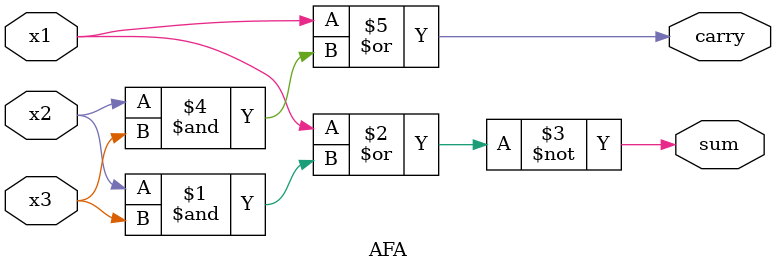
<source format=v>
module AFA(
    input x1,
    input x2,
    input x3,
    output sum,
    output carry
);

    assign sum = ~( x1 | (x2 & x3) ) ;
    assign carry = x1 | (x2 & x3) ;


endmodule




</source>
